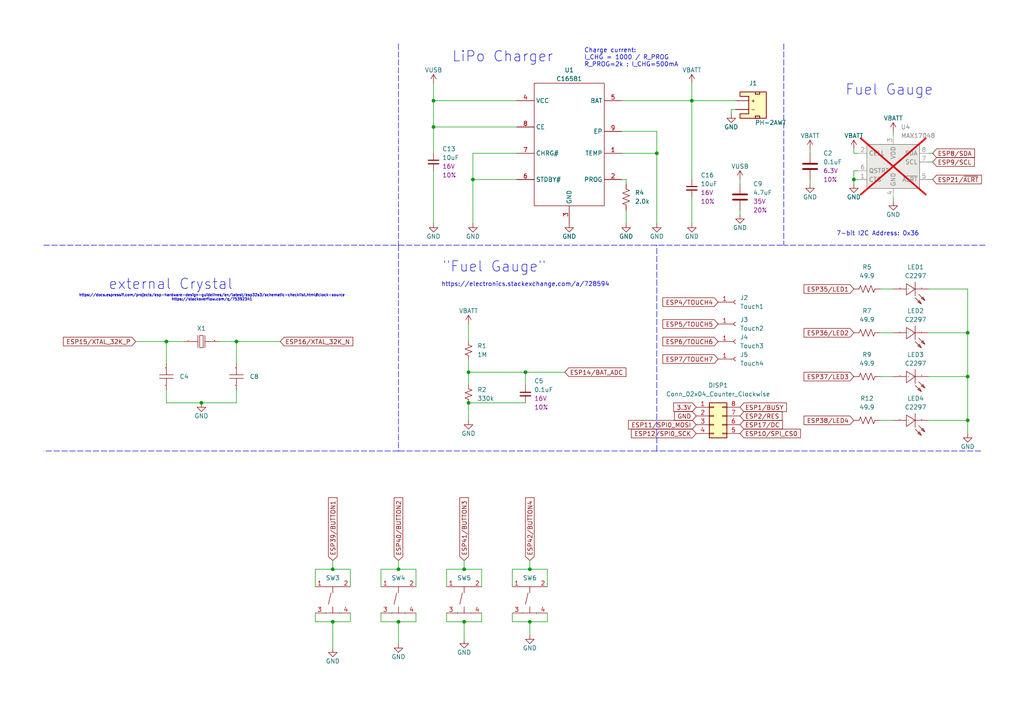
<source format=kicad_sch>
(kicad_sch (version 20250114) (generator "eeschema") (generator_version "9.0")
  (paper "A4")
  (lib_symbols
    (symbol "Connector:Conn_01x01_Socket" (pin_names (offset 1.016) (hide yes))
      (property "Reference" "J" (at 0 2.54 0))
      (property "Value" "Conn_01x01_Socket" (at 0 -2.54 0))
      (symbol "Conn_01x01_Socket_1_1"
        (polyline (pts (xy -1.27 0) (xy -0.508 0)) (stroke (width 0.1524)))
        (arc (start 0 -0.508) (mid -0.5058 0) (end 0 0.508) (stroke (width 0.1524)))
        (pin passive line (at -5.08 0 0) (length 3.81) (name "Pin_1") (number "1"))
      )
    )
    (symbol "Connector_Generic:Conn_02x04_Counter_Clockwise" (pin_names (offset 1.016) (hide yes))
      (property "Reference" "J" (at 1.27 5.08 0))
      (property "Value" "Conn_02x04_Counter_Clockwise" (at 1.27 -7.62 0))
      (symbol "Conn_02x04_Counter_Clockwise_1_1"
        (rectangle (start -1.27 3.81) (end 3.81 -6.35) (stroke (width 0.254)) (fill (type background)))
        (rectangle (start -1.27 2.667) (end 0 2.413) (stroke (width 0.1524)))
        (rectangle (start -1.27 0.127) (end 0 -0.127) (stroke (width 0.1524)))
        (rectangle (start -1.27 -2.413) (end 0 -2.667) (stroke (width 0.1524)))
        (rectangle (start -1.27 -4.953) (end 0 -5.207) (stroke (width 0.1524)))
        (rectangle (start 3.81 2.667) (end 2.54 2.413) (stroke (width 0.1524)))
        (rectangle (start 3.81 0.127) (end 2.54 -0.127) (stroke (width 0.1524)))
        (rectangle (start 3.81 -2.413) (end 2.54 -2.667) (stroke (width 0.1524)))
        (rectangle (start 3.81 -4.953) (end 2.54 -5.207) (stroke (width 0.1524)))
        (pin passive line (at -5.08 2.54 0) (length 3.81) (name "Pin_1") (number "1"))
        (pin passive line (at -5.08 0 0) (length 3.81) (name "Pin_2") (number "2"))
        (pin passive line (at -5.08 -2.54 0) (length 3.81) (name "Pin_3") (number "3"))
        (pin passive line (at -5.08 -5.08 0) (length 3.81) (name "Pin_4") (number "4"))
        (pin passive line (at 7.62 2.54 180) (length 3.81) (name "Pin_8") (number "8"))
        (pin passive line (at 7.62 0 180) (length 3.81) (name "Pin_7") (number "7"))
        (pin passive line (at 7.62 -2.54 180) (length 3.81) (name "Pin_6") (number "6"))
        (pin passive line (at 7.62 -5.08 180) (length 3.81) (name "Pin_5") (number "5"))
      )
    )
    (symbol "EasyEDA_Lib:0402CG4R0C500NT"
      (property "Reference" "C" (at 0 0 0))
      (symbol "0402CG4R0C500NT_1_0"
        (polyline (pts (xy -1.27 0) (xy -0.508 0)))
        (polyline (pts (xy -0.508 2.032) (xy -0.508 -2.032)))
        (polyline (pts (xy 0.508 2.032) (xy 0.508 -2.032)))
        (polyline (pts (xy 0.508 0) (xy 1.27 0)))
        (pin input line (at -3.81 0 0) (length 2.54) (name "1") (number "1"))
        (pin input line (at 3.81 0 180) (length 2.54) (name "2") (number "2"))
      )
    )
    (symbol "EasyEDA_Lib:0805G (Green)"
      (property "Reference" "LED" (at 0 0 0))
      (symbol "0805G (Green)_1_0"
        (polyline (pts (xy -4.064 3.302) (xy -3.048 2.794) (xy -3.048 2.794) (xy -3.556 2.286) (xy -3.556 2.286) (xy -4.064 3.302)))
        (polyline (pts (xy -3.048 4.318) (xy -2.032 3.81) (xy -2.032 3.81) (xy -2.54 3.302) (xy -2.54 3.302) (xy -3.048 4.318)))
        (polyline (pts (xy -2.286 1.524) (xy -4.064 3.302)))
        (polyline (pts (xy -1.27 2.54) (xy -3.048 4.318)))
        (polyline (pts (xy -1.27 2.032) (xy -1.27 -2.032)))
        (polyline (pts (xy 1.27 -1.524) (xy -1.27 0) (xy -1.27 0) (xy 1.27 1.778) (xy 1.27 1.778) (xy 1.27 -1.524)))
        (pin unspecified line (at -5.08 0 0) (length 3.81) (name "K") (number "2"))
        (pin unspecified line (at 5.08 0 180) (length 3.81) (name "A") (number "1"))
      )
    )
    (symbol "EasyEDA_Lib:Q13FC1350000400"
      (property "Reference" "X" (at 0 0 0))
      (symbol "Q13FC1350000400_1_0"
        (polyline (pts (xy -2.54 0) (xy -1.016 0)))
        (polyline (pts (xy -1.016 1.778) (xy -1.016 -1.778)))
        (rectangle (start -0.508 -1.778) (end 0.508 1.778))
        (polyline (pts (xy 1.016 1.778) (xy 1.016 -1.778)))
        (polyline (pts (xy 1.016 0) (xy 2.54 0)))
        (pin unspecified line (at -5.08 0 0) (length 2.54) (name "1") (number "1"))
        (pin unspecified line (at 5.08 0 180) (length 2.54) (name "2") (number "2"))
      )
    )
    (symbol "EasyEDA_Lib:TP4056"
      (property "Reference" "U" (at 0 0 0))
      (symbol "TP4056_1_0"
        (rectangle (start -10.16 -15.24) (end 10.16 20.32))
        (pin unspecified line (at -15.24 15.24 0) (length 5.08) (name "VCC") (number "4"))
        (pin unspecified line (at -15.24 7.62 0) (length 5.08) (name "CE") (number "8"))
        (pin unspecified line (at -15.24 0 0) (length 5.08) (name "CHRG#") (number "7"))
        (pin unspecified line (at -15.24 -7.62 0) (length 5.08) (name "STDBY#") (number "6"))
        (pin unspecified line (at 0 -20.32 90) (length 5.08) (name "GND") (number "3"))
        (pin unspecified line (at 15.24 15.24 180) (length 5.08) (name "BAT") (number "5"))
        (pin unspecified line (at 15.24 6.35 180) (length 5.08) (name "EP") (number "9"))
        (pin unspecified line (at 15.24 0 180) (length 5.08) (name "TEMP") (number "1"))
        (pin unspecified line (at 15.24 -7.62 180) (length 5.08) (name "PROG") (number "2"))
      )
    )
    (symbol "EasyEDA_Lib:TS-1187A-B-A-B"
      (property "Reference" "SW" (at 0 0 0))
      (symbol "TS-1187A-B-A-B_1_0"
        (polyline (pts (xy -2.54 2.54) (xy 2.54 2.54)))
        (polyline (pts (xy -2.54 -5.08) (xy 2.54 -5.08)))
        (polyline (pts (xy -0.508 0.762) (xy -1.27 -2.54)))
        (polyline (pts (xy 0 0.762) (xy 0 2.54)))
        (polyline (pts (xy 0 -3.302) (xy 0 -5.08)))
        (pin unspecified line (at -5.08 2.54 0) (length 2.54) (name "A") (number "1"))
        (pin unspecified line (at -5.08 -5.08 0) (length 2.54) (name "C") (number "3"))
        (pin unspecified line (at 5.08 2.54 180) (length 2.54) (name "B") (number "2"))
        (pin unspecified line (at 5.08 -5.08 180) (length 2.54) (name "D") (number "4"))
      )
    )
    (symbol "PCM_SparkFun-Capacitor:0.1uF_0402_16V_10%" (pin_numbers (hide yes)) (pin_names (offset 0.254))
      (property "Reference" "C" (at 0.635 2.54 0))
      (property "Value" "0.1uF" (at 0.635 -2.54 0))
      (property "Voltage" "16V" (at 0 -6.35 0))
      (property "Tolerance" "10%" (at 0 -8.89 0))
      (symbol "0.1uF_0402_16V_10%_0_1"
        (polyline (pts (xy -1.524 0.508) (xy 1.524 0.508)) (stroke (width 0.3048)))
        (polyline (pts (xy -1.524 -0.508) (xy 1.524 -0.508)) (stroke (width 0.3302)))
      )
      (symbol "0.1uF_0402_16V_10%_1_1"
        (pin passive line (at 0 2.54 270) (length 2.032) (name "~") (number "1"))
        (pin passive line (at 0 -2.54 90) (length 2.032) (name "~") (number "2"))
      )
    )
    (symbol "PCM_SparkFun-PowerSymbol:GND" (power) (pin_names (offset 0))
      (property "Value" "GND" (at 0 -3.81 0))
      (symbol "GND_0_1"
        (polyline (pts (xy 0 0) (xy 0 -1.27) (xy 1.27 -1.27) (xy 0 -2.54) (xy -1.27 -1.27) (xy 0 -1.27)))
      )
      (symbol "GND_1_1"
        (pin power_in line (at 0 0 270) (length 0) (hide yes) (name "GND") (number "1"))
      )
    )
    (symbol "PCM_SparkFun-PowerSymbol:VBATT" (power) (pin_names (offset 0))
      (property "Value" "VBATT" (at 0 3.81 0))
      (symbol "VBATT_0_1"
        (polyline (pts (xy -0.762 1.27) (xy 0 2.54)))
        (polyline (pts (xy 0 2.54) (xy 0.762 1.27)))
        (polyline (pts (xy 0 0) (xy 0 2.54)))
      )
      (symbol "VBATT_1_1"
        (pin power_in line (at 0 0 90) (length 0) (hide yes) (name "VBATT") (number "1"))
      )
    )
    (symbol "PCM_SparkFun-Resistor:1M_0603" (pin_numbers (hide yes)) (pin_names (offset 0))
      (property "Reference" "R" (at 0 -2.54 0))
      (property "Value" "1M" (at 0 2.54 0))
      (symbol "1M_0603_0_1"
        (polyline (pts (xy -1.524 0) (xy -1.143 1.016) (xy -0.762 0) (xy -0.381 -1.016) (xy 0 0)))
        (polyline (pts (xy 0 0) (xy 0.381 1.016) (xy 0.762 0) (xy 1.143 -1.016) (xy 1.524 0)))
      )
      (symbol "1M_0603_1_1"
        (pin passive line (at -2.54 0 0) (length 1.016) (name "~") (number "1"))
        (pin passive line (at 2.54 0 180) (length 1.016) (name "~") (number "2"))
      )
    )
    (symbol "PCM_SparkFun-Resistor:330_0603" (pin_numbers (hide yes)) (pin_names (offset 0))
      (property "Reference" "R" (at 0 -2.54 0))
      (property "Value" "330" (at 0 2.54 0))
      (symbol "330_0603_0_1"
        (polyline (pts (xy -1.524 0) (xy -1.143 1.016) (xy -0.762 0) (xy -0.381 -1.016) (xy 0 0)))
        (polyline (pts (xy 0 0) (xy 0.381 1.016) (xy 0.762 0) (xy 1.143 -1.016) (xy 1.524 0)))
      )
      (symbol "330_0603_1_1"
        (pin passive line (at -2.54 0 0) (length 1.016) (name "~") (number "1"))
        (pin passive line (at 2.54 0 180) (length 1.016) (name "~") (number "2"))
      )
    )
    (symbol "SparkFun-Capacitor:0.1uF_0402_6.3V_10%" (pin_numbers (hide yes)) (pin_names (offset 0.254))
      (property "Reference" "C" (at 0.635 2.54 0))
      (property "Value" "0.1uF" (at 0.635 -2.54 0))
      (property "Voltage" "6.3V" (at 0 -6.35 0))
      (property "Tolerance" "10%" (at 0 -8.89 0))
      (symbol "0.1uF_0402_6.3V_10%_0_1"
        (polyline (pts (xy -2.032 0.762) (xy 2.032 0.762)) (stroke (width 0.508)))
        (polyline (pts (xy -2.032 -0.762) (xy 2.032 -0.762)) (stroke (width 0.508)))
      )
      (symbol "0.1uF_0402_6.3V_10%_1_1"
        (pin passive line (at 0 3.81 270) (length 2.794) (name "~") (number "1"))
        (pin passive line (at 0 -3.81 90) (length 2.794) (name "~") (number "2"))
      )
    )
    (symbol "SparkFun-Capacitor:4.7uF_0603_35V_20%" (pin_numbers (hide yes)) (pin_names (offset 0.254))
      (property "Reference" "C" (at 0.635 2.54 0))
      (property "Value" "4.7uF" (at 0.635 -2.54 0))
      (property "Voltage" "35V" (at 0 -6.35 0))
      (property "Tolerance" "20%" (at 0 -8.89 0))
      (symbol "4.7uF_0603_35V_20%_0_1"
        (polyline (pts (xy -2.032 0.762) (xy 2.032 0.762)) (stroke (width 0.508)))
        (polyline (pts (xy -2.032 -0.762) (xy 2.032 -0.762)) (stroke (width 0.508)))
      )
      (symbol "4.7uF_0603_35V_20%_1_1"
        (pin passive line (at 0 3.81 270) (length 2.794) (name "~") (number "1"))
        (pin passive line (at 0 -3.81 90) (length 2.794) (name "~") (number "2"))
      )
    )
    (symbol "SparkFun-Connector:Conn_01x02_JST_2mm_LiPo" (pin_numbers (hide yes)) (pin_names (offset 1.016) (hide yes))
      (property "Reference" "J" (at 0 5.08 0))
      (property "Value" "JST_2mm_LiPo" (at 0 -8.89 0))
      (symbol "Conn_01x02_JST_2mm_LiPo_1_1"
        (polyline (pts (xy -1.27 1.27) (xy -3.81 1.27) (xy -3.81 2.54) (xy 3.81 2.54) (xy 3.81 -5.08) (xy -3.81 -5.08) (xy -3.81 -3.81) (xy -1.27 -3.81) (xy -1.27 1.27)) (stroke (width 0.254)) (fill (type background)))
        (rectangle (start 0.635 2.54) (end 1.905 1.905) (stroke (width 0.254)))
        (rectangle (start 0.635 -4.445) (end 1.905 -5.08) (stroke (width 0.254)))
        (text "+" (at 0 0 0) (effects (font (size 1 1))))
        (text "-" (at 0 -2.54 0) (effects (font (size 1 1))))
        (pin passive line (at -5.08 0 0) (length 3.81) (name "+") (number "2"))
        (pin passive line (at -5.08 -2.54 0) (length 3.81) (name "-") (number "1"))
        (pin no_connect line (at 1.27 -1.27 0) (length 2.54) (hide yes) (name "NC1") (number "NC1"))
        (pin no_connect line (at 1.27 -1.27 0) (length 2.54) (hide yes) (name "NC2") (number "NC2"))
      )
    )
    (symbol "SparkFun-IC-Power:MAX17048"
      (property "Reference" "U" (at -6.35 7.62 0))
      (property "Value" "MAX17048" (at 2.54 7.62 0))
      (symbol "MAX17048_0_1"
        (rectangle (start -7.62 6.35) (end 7.62 -6.35) (stroke (width 0.254)) (fill (type background)))
      )
      (symbol "MAX17048_1_1"
        (pin power_in line (at -10.16 3.81 0) (length 2.54) (name "CELL") (number "2"))
        (pin input line (at -10.16 -1.27 0) (length 2.54) (name "QSTRT") (number "6"))
        (pin input line (at -10.16 -3.81 0) (length 2.54) (name "CTG") (number "1"))
        (pin power_in line (at 0 8.89 270) (length 2.54) (name "VDD") (number "3"))
        (pin power_in line (at 0 -8.89 90) (length 2.54) (name "GND") (number "4"))
        (pin power_in line (at 0 -8.89 90) (length 2.54) (hide yes) (name "GND") (number "9"))
        (pin bidirectional line (at 10.16 3.81 180) (length 2.54) (name "SDA") (number "8"))
        (pin bidirectional line (at 10.16 1.27 180) (length 2.54) (name "SCL") (number "7"))
        (pin output line (at 10.16 -3.81 180) (length 2.54) (name "~{ALRT}") (number "5"))
      )
    )
    (symbol "SparkFun-PowerSymbol:GND" (power) (pin_names (offset 0))
      (property "Value" "GND" (at 0 -3.81 0))
      (symbol "GND_0_1"
        (polyline (pts (xy 0 0) (xy 0 -1.27) (xy 1.27 -1.27) (xy 0 -2.54) (xy -1.27 -1.27) (xy 0 -1.27)))
      )
      (symbol "GND_1_1"
        (pin power_in line (at 0 0 270) (length 0) (hide yes) (name "GND") (number "1"))
      )
    )
    (symbol "SparkFun-PowerSymbol:VBATT" (power) (pin_names (offset 0))
      (property "Value" "VBATT" (at 0 3.81 0))
      (symbol "VBATT_0_1"
        (polyline (pts (xy -0.762 1.27) (xy 0 2.54)))
        (polyline (pts (xy 0 2.54) (xy 0.762 1.27)))
        (polyline (pts (xy 0 0) (xy 0 2.54)))
      )
      (symbol "VBATT_1_1"
        (pin power_in line (at 0 0 90) (length 0) (hide yes) (name "VBATT") (number "1"))
      )
    )
    (symbol "SparkFun-PowerSymbol:VUSB" (power) (pin_names (offset 0))
      (property "Value" "VUSB" (at 0 3.81 0))
      (symbol "VUSB_0_1"
        (polyline (pts (xy -0.762 1.27) (xy 0 2.54)))
        (polyline (pts (xy 0 2.54) (xy 0.762 1.27)))
        (polyline (pts (xy 0 0) (xy 0 2.54)))
      )
      (symbol "VUSB_1_1"
        (pin power_in line (at 0 0 90) (length 0) (hide yes) (name "VUSB") (number "1"))
      )
    )
    (symbol "SparkFun-Resistor:2.0k_0402" (pin_numbers (hide yes)) (pin_names (offset 0))
      (property "Reference" "R" (at 0 -2.54 0))
      (property "Value" "2.0k" (at 0 2.54 0))
      (symbol "2.0k_0402_0_1"
        (polyline (pts (xy -2.286 0) (xy -2.54 0)))
        (polyline (pts (xy -0.762 0) (xy -1.143 -1.016) (xy -1.524 0) (xy -1.905 1.016) (xy -2.286 0)))
        (polyline (pts (xy 0.762 0) (xy 0.381 -1.016) (xy 0 0) (xy -0.381 1.016) (xy -0.762 0)))
        (polyline (pts (xy 2.286 0) (xy 2.54 0)))
        (polyline (pts (xy 2.286 0) (xy 1.905 -1.016) (xy 1.524 0) (xy 1.143 1.016) (xy 0.762 0)))
      )
      (symbol "2.0k_0402_1_1"
        (pin passive line (at -3.81 0 0) (length 1.27) (name "~") (number "2"))
        (pin passive line (at 3.81 0 180) (length 1.27) (name "~") (number "1"))
      )
    )
  )
  (text "https://docs.espressif.com/projects/esp-hardware-design-guidelines/en/latest/esp32s3/schematic-checklist.html#clock-source\nhttps://stackoverflow.com/q/75392341" (at 61.468 86.36 0) (effects (font (size 0.762 0.762))))
  (text "LiPo Charger" (at 131.064 18.288 0) (effects (font (size 3 3)) (justify left bottom)))
  (text "Charge current:\nI_CHG = 1000 / R_PROG\nR_PROG=2k : I_CHG=500mA" (at 169.418 19.558 0) (effects (font (size 1.27 1.27)) (justify left bottom)))
  (text "Fuel Gauge" (at 245.11 27.94 0) (effects (font (size 3 3)) (justify left bottom)))
  (text "external Crystal" (at 49.53 82.55 0) (effects (font (size 3 3))))
  (text "https://electronics.stackexchange.com/a/728594" (at 152.4 82.55 0) (effects (font (size 1.27 1.27))))
  (text "\"Fuel Gauge\"" (at 128.27 79.248 0) (effects (font (size 3 3)) (justify left bottom)))
  (text "7-bit I2C Address: 0x36" (at 242.57 68.58 0) (effects (font (size 1.27 1.27)) (justify left bottom)))
  (junction (at 152.4 107.95))
  (junction (at 135.89 116.84))
  (junction (at 68.58 99.06))
  (junction (at 153.67 165.1))
  (junction (at 135.89 107.95))
  (junction (at 115.57 165.1))
  (junction (at 280.67 121.92))
  (junction (at 200.66 29.21))
  (junction (at 134.62 180.34))
  (junction (at 134.62 165.1))
  (junction (at 125.73 36.83))
  (junction (at 96.52 165.1))
  (junction (at 280.67 109.22))
  (junction (at 48.26 99.06))
  (junction (at 115.57 180.34))
  (junction (at 137.16 52.07))
  (junction (at 280.67 96.52))
  (junction (at 190.5 44.45))
  (junction (at 247.65 52.07))
  (junction (at 153.67 180.34))
  (junction (at 125.73 29.21))
  (junction (at 96.52 180.34))
  (junction (at 58.42 116.84))
  (wire (pts (xy 280.67 109.22) (xy 280.67 121.92)))
  (wire (pts (xy 200.66 24.13) (xy 200.66 29.21)))
  (wire (pts (xy 269.24 44.45) (xy 270.51 44.45)))
  (wire (pts (xy 139.7 180.34) (xy 134.62 180.34)))
  (wire (pts (xy 180.34 29.21) (xy 200.66 29.21)))
  (wire (pts (xy 234.95 43.18) (xy 234.95 44.45)))
  (wire (pts (xy 39.37 99.06) (xy 48.26 99.06)))
  (wire (pts (xy 158.75 165.1) (xy 153.67 165.1)))
  (wire (pts (xy 248.92 44.45) (xy 247.65 44.45)))
  (polyline (pts (xy 284.48 130.81) (xy 190.5 130.81)) (stroke (width 0) (type dash)))
  (wire (pts (xy 135.89 107.95) (xy 152.4 107.95)))
  (polyline (pts (xy 190.5 130.81) (xy 190.5 71.12)) (stroke (width 0) (type dash)))
  (wire (pts (xy 135.89 104.14) (xy 135.89 107.95)))
  (wire (pts (xy 125.73 29.21) (xy 149.86 29.21)))
  (wire (pts (xy 280.67 83.82) (xy 280.67 96.52)))
  (wire (pts (xy 247.65 52.07) (xy 247.65 53.34)))
  (wire (pts (xy 120.65 177.8) (xy 120.65 180.34)))
  (wire (pts (xy 280.67 96.52) (xy 280.67 109.22)))
  (wire (pts (xy 101.6 177.8) (xy 101.6 180.34)))
  (wire (pts (xy 134.62 185.42) (xy 134.62 180.34)))
  (wire (pts (xy 148.59 180.34) (xy 148.59 177.8)))
  (wire (pts (xy 180.34 52.07) (xy 181.61 52.07)))
  (wire (pts (xy 190.5 64.77) (xy 190.5 44.45)))
  (polyline (pts (xy 115.57 130.81) (xy 12.7 130.81)) (stroke (width 0) (type dash)))
  (wire (pts (xy 181.61 53.34) (xy 181.61 52.07)))
  (wire (pts (xy 200.66 29.21) (xy 213.36 29.21)))
  (wire (pts (xy 129.54 165.1) (xy 129.54 170.18)))
  (wire (pts (xy 91.44 180.34) (xy 91.44 177.8)))
  (wire (pts (xy 110.49 165.1) (xy 110.49 170.18)))
  (wire (pts (xy 269.24 109.22) (xy 280.67 109.22)))
  (wire (pts (xy 129.54 180.34) (xy 129.54 177.8)))
  (wire (pts (xy 255.27 83.82) (xy 259.08 83.82)))
  (wire (pts (xy 153.67 180.34) (xy 148.59 180.34)))
  (wire (pts (xy 247.65 43.18) (xy 247.65 44.45)))
  (wire (pts (xy 125.73 49.53) (xy 125.73 64.77)))
  (wire (pts (xy 120.65 180.34) (xy 115.57 180.34)))
  (wire (pts (xy 255.27 96.52) (xy 259.08 96.52)))
  (wire (pts (xy 212.09 33.02) (xy 212.09 31.75)))
  (wire (pts (xy 48.26 116.84) (xy 58.42 116.84)))
  (polyline (pts (xy 115.57 71.12) (xy 115.57 130.81)) (stroke (width 0) (type dash)))
  (wire (pts (xy 259.08 58.42) (xy 259.08 57.15)))
  (wire (pts (xy 68.58 116.84) (xy 58.42 116.84)))
  (wire (pts (xy 125.73 29.21) (xy 125.73 36.83)))
  (wire (pts (xy 134.62 180.34) (xy 129.54 180.34)))
  (wire (pts (xy 153.67 165.1) (xy 148.59 165.1)))
  (wire (pts (xy 135.89 116.84) (xy 135.89 121.92)))
  (wire (pts (xy 91.44 165.1) (xy 91.44 170.18)))
  (wire (pts (xy 255.27 109.22) (xy 259.08 109.22)))
  (wire (pts (xy 68.58 99.06) (xy 63.5 99.06)))
  (wire (pts (xy 135.89 107.95) (xy 135.89 111.76)))
  (wire (pts (xy 181.61 64.77) (xy 181.61 60.96)))
  (wire (pts (xy 214.63 62.23) (xy 214.63 60.96)))
  (wire (pts (xy 247.65 52.07) (xy 248.92 52.07)))
  (polyline (pts (xy 12.7 71.12) (xy 227.33 71.12)) (stroke (width 0) (type dash)))
  (wire (pts (xy 259.08 38.1) (xy 259.08 39.37)))
  (wire (pts (xy 139.7 170.18) (xy 139.7 165.1)))
  (wire (pts (xy 115.57 180.34) (xy 110.49 180.34)))
  (wire (pts (xy 68.58 113.03) (xy 68.58 116.84)))
  (wire (pts (xy 115.57 165.1) (xy 110.49 165.1)))
  (polyline (pts (xy 115.57 12.7) (xy 115.57 71.12)) (stroke (width 0) (type dash)))
  (wire (pts (xy 96.52 162.56) (xy 96.52 165.1)))
  (wire (pts (xy 101.6 170.18) (xy 101.6 165.1)))
  (wire (pts (xy 137.16 52.07) (xy 149.86 52.07)))
  (wire (pts (xy 48.26 105.41) (xy 48.26 99.06)))
  (wire (pts (xy 152.4 111.76) (xy 152.4 107.95)))
  (wire (pts (xy 280.67 83.82) (xy 269.24 83.82)))
  (polyline (pts (xy 190.5 130.81) (xy 115.57 130.81)) (stroke (width 0) (type dash)))
  (wire (pts (xy 149.86 44.45) (xy 137.16 44.45)))
  (wire (pts (xy 280.67 121.92) (xy 280.67 125.73)))
  (wire (pts (xy 134.62 162.56) (xy 134.62 165.1)))
  (wire (pts (xy 135.89 93.98) (xy 135.89 99.06)))
  (wire (pts (xy 234.95 53.34) (xy 234.95 52.07)))
  (wire (pts (xy 48.26 99.06) (xy 53.34 99.06)))
  (wire (pts (xy 247.65 49.53) (xy 247.65 52.07)))
  (wire (pts (xy 68.58 99.06) (xy 81.28 99.06)))
  (wire (pts (xy 96.52 187.96) (xy 96.52 180.34)))
  (wire (pts (xy 153.67 162.56) (xy 153.67 165.1)))
  (wire (pts (xy 148.59 165.1) (xy 148.59 170.18)))
  (polyline (pts (xy 285.75 71.12) (xy 227.33 71.12)) (stroke (width 0) (type dash)))
  (wire (pts (xy 125.73 36.83) (xy 125.73 44.45)))
  (wire (pts (xy 152.4 107.95) (xy 163.83 107.95)))
  (wire (pts (xy 200.66 57.15) (xy 200.66 64.77)))
  (wire (pts (xy 153.67 184.15) (xy 153.67 180.34)))
  (wire (pts (xy 110.49 180.34) (xy 110.49 177.8)))
  (wire (pts (xy 137.16 44.45) (xy 137.16 52.07)))
  (wire (pts (xy 255.27 121.92) (xy 259.08 121.92)))
  (wire (pts (xy 139.7 177.8) (xy 139.7 180.34)))
  (wire (pts (xy 48.26 113.03) (xy 48.26 116.84)))
  (wire (pts (xy 158.75 180.34) (xy 153.67 180.34)))
  (wire (pts (xy 269.24 46.99) (xy 270.51 46.99)))
  (wire (pts (xy 248.92 49.53) (xy 247.65 49.53)))
  (wire (pts (xy 101.6 180.34) (xy 96.52 180.34)))
  (wire (pts (xy 120.65 170.18) (xy 120.65 165.1)))
  (wire (pts (xy 269.24 121.92) (xy 280.67 121.92)))
  (wire (pts (xy 212.09 31.75) (xy 213.36 31.75)))
  (wire (pts (xy 101.6 165.1) (xy 96.52 165.1)))
  (wire (pts (xy 120.65 165.1) (xy 115.57 165.1)))
  (wire (pts (xy 125.73 36.83) (xy 149.86 36.83)))
  (wire (pts (xy 135.89 116.84) (xy 152.4 116.84)))
  (wire (pts (xy 115.57 162.56) (xy 115.57 165.1)))
  (wire (pts (xy 139.7 165.1) (xy 134.62 165.1)))
  (wire (pts (xy 96.52 165.1) (xy 91.44 165.1)))
  (polyline (pts (xy 227.33 12.7) (xy 227.33 71.12)) (stroke (width 0) (type dash)))
  (wire (pts (xy 190.5 44.45) (xy 180.34 44.45)))
  (wire (pts (xy 269.24 96.52) (xy 280.67 96.52)))
  (wire (pts (xy 68.58 105.41) (xy 68.58 99.06)))
  (wire (pts (xy 125.73 24.13) (xy 125.73 29.21)))
  (wire (pts (xy 200.66 29.21) (xy 200.66 52.07)))
  (wire (pts (xy 96.52 180.34) (xy 91.44 180.34)))
  (wire (pts (xy 137.16 52.07) (xy 137.16 64.77)))
  (wire (pts (xy 134.62 165.1) (xy 129.54 165.1)))
  (wire (pts (xy 269.24 52.07) (xy 270.51 52.07)))
  (wire (pts (xy 214.63 52.07) (xy 214.63 53.34)))
  (wire (pts (xy 158.75 177.8) (xy 158.75 180.34)))
  (wire (pts (xy 115.57 186.69) (xy 115.57 180.34)))
  (wire (pts (xy 158.75 170.18) (xy 158.75 165.1)))
  (wire (pts (xy 190.5 38.1) (xy 190.5 44.45)))
  (wire (pts (xy 180.34 38.1) (xy 190.5 38.1)))
  (global_label "ESP35{slash}LED1" (shape input) (at 247.65 83.82 180) (property "Intersheetrefs" "${INTERSHEET_REFS}" (effects (hide yes))))
  (global_label "ESP16{slash}XTAL_32K_N" (shape input) (at 81.28 99.06 0) (property "Intersheetrefs" "${INTERSHEET_REFS}" (effects (hide yes))))
  (global_label "ESP15{slash}XTAL_32K_P" (shape input) (at 39.37 99.06 180) (property "Intersheetrefs" "${INTERSHEET_REFS}" (effects (hide yes))))
  (global_label "ESP40{slash}BUTTON2" (shape input) (at 115.57 162.56 90) (property "Intersheetrefs" "${INTERSHEET_REFS}" (effects (hide yes))))
  (global_label "ESP8{slash}SDA" (shape input) (at 270.51 44.45 0) (property "Intersheetrefs" "${INTERSHEET_REFS}" (effects (hide yes))))
  (global_label "ESP41{slash}BUTTON3" (shape input) (at 134.62 162.56 90) (property "Intersheetrefs" "${INTERSHEET_REFS}" (effects (hide yes))))
  (global_label "GND" (shape input) (at 201.93 120.65 180) (property "Intersheetrefs" "${INTERSHEET_REFS}" (effects (hide yes))))
  (global_label "ESP21{slash}~{ALRT}" (shape input) (at 270.5061 52.07 0) (property "Intersheetrefs" "${INTERSHEET_REFS}" (effects (hide yes))))
  (global_label "ESP4{slash}TOUCH4" (shape input) (at 208.28 87.63 180) (property "Intersheetrefs" "${INTERSHEET_REFS}" (effects (hide yes))))
  (global_label "3.3V" (shape input) (at 201.93 118.11 180) (property "Intersheetrefs" "${INTERSHEET_REFS}" (effects (hide yes))))
  (global_label "ESP37{slash}LED3" (shape input) (at 247.65 109.22 180) (property "Intersheetrefs" "${INTERSHEET_REFS}" (effects (hide yes))))
  (global_label "ESP17{slash}DC" (shape input) (at 214.63 123.19 0) (property "Intersheetrefs" "${INTERSHEET_REFS}" (effects (hide yes))))
  (global_label "ESP36{slash}LED2" (shape input) (at 247.65 96.52 180) (property "Intersheetrefs" "${INTERSHEET_REFS}" (effects (hide yes))))
  (global_label "ESP5{slash}TOUCH5" (shape input) (at 208.28 93.98 180) (property "Intersheetrefs" "${INTERSHEET_REFS}" (effects (hide yes))))
  (global_label "ESP9{slash}SCL" (shape input) (at 270.51 46.99 0) (property "Intersheetrefs" "${INTERSHEET_REFS}" (effects (hide yes))))
  (global_label "ESP12{slash}SPI0_SCK" (shape input) (at 201.93 125.73 180) (property "Intersheetrefs" "${INTERSHEET_REFS}" (effects (hide yes))))
  (global_label "ESP2{slash}RES" (shape input) (at 214.63 120.65 0) (property "Intersheetrefs" "${INTERSHEET_REFS}" (effects (hide yes))))
  (global_label "ESP6{slash}TOUCH6" (shape input) (at 208.28 99.06 180) (property "Intersheetrefs" "${INTERSHEET_REFS}" (effects (hide yes))))
  (global_label "ESP38{slash}LED4" (shape input) (at 247.65 121.92 180) (property "Intersheetrefs" "${INTERSHEET_REFS}" (effects (hide yes))))
  (global_label "ESP1{slash}BUSY" (shape input) (at 214.63 118.11 0) (property "Intersheetrefs" "${INTERSHEET_REFS}" (effects (hide yes))))
  (global_label "ESP11{slash}SPI0_MOSI" (shape input) (at 201.93 123.19 180) (property "Intersheetrefs" "${INTERSHEET_REFS}" (effects (hide yes))))
  (global_label "ESP42{slash}BUTTON4" (shape input) (at 153.67 162.56 90) (property "Intersheetrefs" "${INTERSHEET_REFS}" (effects (hide yes))))
  (global_label "ESP14{slash}BAT_ADC" (shape input) (at 163.83 107.95 0) (property "Intersheetrefs" "${INTERSHEET_REFS}" (effects (hide yes))))
  (global_label "ESP10{slash}SPI_CS0" (shape input) (at 214.63 125.73 0) (property "Intersheetrefs" "${INTERSHEET_REFS}" (effects (hide yes))))
  (global_label "ESP39{slash}BUTTON1" (shape input) (at 96.52 162.56 90) (property "Intersheetrefs" "${INTERSHEET_REFS}" (effects (hide yes))))
  (global_label "ESP7{slash}TOUCH7" (shape input) (at 208.28 104.14 180) (property "Intersheetrefs" "${INTERSHEET_REFS}" (effects (hide yes))))
  (symbol (lib_id "SparkFun-PowerSymbol:VUSB") (at 214.63 52.07 0) (unit 1)
    (property "Reference" "#PWR013" (effects (hide yes)))
    (property "Value" "VUSB" (at 214.63 48.26 0))
    (property "Description" "Power symbol creates a global label with name \"VUSB\"" (effects (hide yes)))
  )
  (symbol (lib_id "PCM_SparkFun-PowerSymbol:GND") (at 135.89 121.92 0) (unit 1)
    (property "Reference" "#PWR06" (effects (hide yes)))
    (property "Value" "GND" (at 135.89 125.73 0))
    (property "Description" "Power symbol creates a global label with name \"GND\" , ground" (effects (hide yes)))
  )
  (symbol (lib_id "EasyEDA_Lib:0805G (Green)") (at 264.16 96.52 180) (unit 1)
    (property "Reference" "LED2" (at 265.557 90.17 0))
    (property "Value" "C2297" (at 265.557 92.71 0))
    (property "Footprint" "EasyEDA_Lib:LED0805-R-RD" (effects (hide yes)))
    (property "Datasheet" "https://item.szlcsc.com/datasheet/KT-0805G/2670.html" (effects (hide yes)))
    (property "Description" "Lamp Holder Type:- Illumination Color:Emerald Green Voltage - Forward(Vf):2.6V~3.1V Voltage - Forward(Vf):2.6V~3.1V Power(Watts):100mW Forward Current:5mA Wavelength - Dominant:513nm~528nm Wavelength - Dominant:513nm~528nm Peak Wavelength:525nm Diode Conf" (effects (hide yes)))
    (property "Manufacturer Part" "KT-0805G" (effects (hide yes)))
    (property "Manufacturer" "KENTO" (effects (hide yes)))
    (property "Supplier Part" "C2297" (effects (hide yes)))
    (property "Supplier" "LCSC" (effects (hide yes)))
    (property "LCSC Part Name" "0805 翠绿 高亮" (effects (hide yes)))
  )
  (symbol (lib_id "SparkFun-Resistor:2.0k_0402") (at 251.46 109.22 180) (unit 1)
    (property "Reference" "R9" (at 251.46 102.87 0))
    (property "Value" "49.9" (at 251.46 105.41 0))
    (property "Footprint" "Resistor_SMD:R_0402_1005Metric" (effects (hide yes)))
    (property "Datasheet" "https://www.vishay.com/docs/20035/dcrcwe3.pdf" (effects (hide yes)))
    (property "Description" "Resistor" (effects (hide yes)))
    (property "PROD_ID" "RES-15406" (effects (hide yes)))
  )
  (symbol (lib_id "SparkFun-PowerSymbol:GND") (at 137.16 64.77 0) (unit 1)
    (property "Reference" "#PWR032" (effects (hide yes)))
    (property "Value" "GND" (at 137.16 68.58 0))
    (property "Description" "Power symbol creates a global label with name \"GND\" , ground" (effects (hide yes)))
  )
  (symbol (lib_id "Connector:Conn_01x01_Socket") (at 213.36 104.14 0) (unit 1) (in_bom no)
    (property "Reference" "J5" (at 214.63 102.8699 0) (effects (justify left)))
    (property "Value" "Touch4" (at 214.63 105.4099 0) (effects (justify left)))
    (property "Footprint" "Connector_PinSocket_2.54mm:PinSocket_1x01_P2.54mm_Horizontal" (effects (hide yes)))
    (property "Description" "Generic connector, single row, 01x01, script generated" (effects (hide yes)))
  )
  (symbol (lib_id "EasyEDA_Lib:TS-1187A-B-A-B") (at 96.52 172.72 0) (unit 1)
    (property "Reference" "SW3" (at 96.52 167.64 0))
    (property "Value" "C318884" (effects (hide yes)))
    (property "Footprint" "EasyEDA_Lib:SW-SMD_4P-L5.1-W5.1-P3.70-LS6.5-TL_H1.5" (effects (hide yes)))
    (property "Datasheet" "https://item.szlcsc.com/datasheet/TS-1187A-B-A-B/299976.html" (effects (hide yes)))
    (property "Description" "Circuit:SPST Actuator Style:Round Button Operating Force:1.6N Mounting Type:Surface Mount,Vertical Length:5.1mm Width:5.1mm Switch Height:1.5mm with Bracket:Without Bracket Contact Current:50mA Voltage Rating:12V Actuator/Cap Color:Gold With Lamp:No Life:" (effects (hide yes)))
    (property "PROD_ID" "C318884" (effects (hide yes)))
    (property "Manufacturer Part" "TS-1187A-B-A-B" (effects (hide yes)))
    (property "Manufacturer" "XKB Connection(中国星坤)" (effects (hide yes)))
    (property "Supplier Part" "C318884" (effects (hide yes)))
    (property "Supplier" "LCSC" (effects (hide yes)))
    (property "LCSC Part Name" "5.1*5.1*1.5mm 立贴 轻触开关" (effects (hide yes)))
  )
  (symbol (lib_id "SparkFun-PowerSymbol:GND") (at 190.5 64.77 0) (unit 1)
    (property "Reference" "#PWR035" (effects (hide yes)))
    (property "Value" "GND" (at 190.5 68.58 0))
    (property "Description" "Power symbol creates a global label with name \"GND\" , ground" (effects (hide yes)))
  )
  (symbol (lib_id "EasyEDA_Lib:0805G (Green)") (at 264.16 83.82 180) (unit 1)
    (property "Reference" "LED1" (at 265.557 77.47 0))
    (property "Value" "C2297" (at 265.557 80.01 0))
    (property "Footprint" "EasyEDA_Lib:LED0805-R-RD" (effects (hide yes)))
    (property "Datasheet" "https://item.szlcsc.com/datasheet/KT-0805G/2670.html" (effects (hide yes)))
    (property "Description" "Lamp Holder Type:- Illumination Color:Emerald Green Voltage - Forward(Vf):2.6V~3.1V Voltage - Forward(Vf):2.6V~3.1V Power(Watts):100mW Forward Current:5mA Wavelength - Dominant:513nm~528nm Wavelength - Dominant:513nm~528nm Peak Wavelength:525nm Diode Conf" (effects (hide yes)))
    (property "Manufacturer Part" "KT-0805G" (effects (hide yes)))
    (property "Manufacturer" "KENTO" (effects (hide yes)))
    (property "Supplier Part" "C2297" (effects (hide yes)))
    (property "Supplier" "LCSC" (effects (hide yes)))
    (property "LCSC Part Name" "0805 翠绿 高亮" (effects (hide yes)))
  )
  (symbol (lib_id "SparkFun-Capacitor:4.7uF_0603_35V_20%") (at 214.63 57.15 0) (unit 1)
    (property "Reference" "C9" (at 218.44 53.3399 0) (effects (justify left)))
    (property "Value" "4.7uF" (at 218.44 55.8799 0) (effects (justify left)))
    (property "Footprint" "Capacitor_SMD:C_0402_1005Metric" (effects (hide yes)))
    (property "Datasheet" "https://cdn.sparkfun.com/assets/8/a/4/a/5/Kemet_Capacitor_Datasheet.pdf" (effects (hide yes)))
    (property "Description" "Unpolarized capacitor" (effects (hide yes)))
    (property "PROD_ID" "CAP-14106" (effects (hide yes)))
    (property "Voltage" "35V" (at 218.44 58.4199 0) (effects (justify left)))
    (property "Tolerance" "20%" (at 218.44 60.9599 0) (effects (justify left)))
  )
  (symbol (lib_id "SparkFun-PowerSymbol:VBATT") (at 200.66 24.13 0) (unit 1)
    (property "Reference" "#PWR037" (effects (hide yes)))
    (property "Value" "VBATT" (at 200.66 20.32 0))
    (property "Description" "Power symbol creates a global label with name \"VBATT\"" (effects (hide yes)))
  )
  (symbol (lib_id "SparkFun-PowerSymbol:GND") (at 165.1 64.77 0) (unit 1)
    (property "Reference" "#PWR033" (effects (hide yes)))
    (property "Value" "GND" (at 165.1 68.58 0))
    (property "Description" "Power symbol creates a global label with name \"GND\" , ground" (effects (hide yes)))
  )
  (symbol (lib_id "SparkFun-Resistor:2.0k_0402") (at 251.46 83.82 180) (unit 1)
    (property "Reference" "R5" (at 251.46 77.47 0))
    (property "Value" "49.9" (at 251.46 80.01 0))
    (property "Footprint" "Resistor_SMD:R_0402_1005Metric" (effects (hide yes)))
    (property "Datasheet" "https://www.vishay.com/docs/20035/dcrcwe3.pdf" (effects (hide yes)))
    (property "Description" "Resistor" (effects (hide yes)))
    (property "PROD_ID" "RES-15406" (effects (hide yes)))
  )
  (symbol (lib_id "SparkFun-PowerSymbol:GND") (at 234.95 53.34 0) (unit 1)
    (property "Reference" "#PWR0133" (effects (hide yes)))
    (property "Value" "GND" (at 234.95 57.15 0))
    (property "Description" "Power symbol creates a global label with name \"GND\" , ground" (effects (hide yes)))
  )
  (symbol (lib_id "EasyEDA_Lib:TS-1187A-B-A-B") (at 134.62 172.72 0) (unit 1)
    (property "Reference" "SW5" (at 134.62 167.64 0))
    (property "Value" "C318884" (effects (hide yes)))
    (property "Footprint" "EasyEDA_Lib:SW-SMD_4P-L5.1-W5.1-P3.70-LS6.5-TL_H1.5" (effects (hide yes)))
    (property "Datasheet" "https://item.szlcsc.com/datasheet/TS-1187A-B-A-B/299976.html" (effects (hide yes)))
    (property "Description" "Circuit:SPST Actuator Style:Round Button Operating Force:1.6N Mounting Type:Surface Mount,Vertical Length:5.1mm Width:5.1mm Switch Height:1.5mm with Bracket:Without Bracket Contact Current:50mA Voltage Rating:12V Actuator/Cap Color:Gold With Lamp:No Life:" (effects (hide yes)))
    (property "PROD_ID" "C318884" (effects (hide yes)))
    (property "Manufacturer Part" "TS-1187A-B-A-B" (effects (hide yes)))
    (property "Manufacturer" "XKB Connection(中国星坤)" (effects (hide yes)))
    (property "Supplier Part" "C318884" (effects (hide yes)))
    (property "Supplier" "LCSC" (effects (hide yes)))
    (property "LCSC Part Name" "5.1*5.1*1.5mm 立贴 轻触开关" (effects (hide yes)))
  )
  (symbol (lib_id "SparkFun-Connector:Conn_01x02_JST_2mm_LiPo") (at 218.44 29.21 0) (unit 1)
    (property "Reference" "J1" (at 218.44 24.13 0))
    (property "Value" "PH-2AWT" (at 223.52 35.56 0))
    (property "Footprint" "EasyEDA_Lib:CONN-SMD_PH-2AWT" (effects (hide yes)))
    (property "Description" "2 Pin 2mm JST Battery Connector" (effects (hide yes)))
    (property "PROD_ID" "CONN-11443" (effects (hide yes)))
    (property "JLC" "C2763693" (effects (hide yes)))
  )
  (symbol (lib_id "Connector:Conn_01x01_Socket") (at 213.36 87.63 0) (unit 1) (in_bom no)
    (property "Reference" "J2" (at 214.63 86.3599 0) (effects (justify left)))
    (property "Value" "Touch1" (at 214.63 88.8999 0) (effects (justify left)))
    (property "Footprint" "Connector_PinSocket_2.54mm:PinSocket_1x01_P2.54mm_Horizontal" (effects (hide yes)))
    (property "Description" "Generic connector, single row, 01x01, script generated" (effects (hide yes)))
  )
  (symbol (lib_id "PCM_SparkFun-Resistor:1M_0603") (at 135.89 101.6 90) (unit 1)
    (property "Reference" "R1" (at 138.43 100.3299 90) (effects (justify right)))
    (property "Value" "1M" (at 138.43 102.8699 90) (effects (justify right)))
    (property "Footprint" "PCM_SparkFun-Resistor:R_0603_1608Metric" (effects (hide yes)))
    (property "Datasheet" "https://www.vishay.com/docs/20035/dcrcwe3.pdf" (effects (hide yes)))
    (property "Description" "Resistor" (effects (hide yes)))
    (property "PROD_ID" "RES-07868" (effects (hide yes)))
  )
  (symbol (lib_id "SparkFun-PowerSymbol:GND") (at 115.57 186.69 0) (unit 1)
    (property "Reference" "#PWR025" (effects (hide yes)))
    (property "Value" "GND" (at 115.57 190.5 0))
    (property "Description" "Power symbol creates a global label with name \"GND\" , ground" (effects (hide yes)))
  )
  (symbol (lib_id "PCM_SparkFun-PowerSymbol:GND") (at 58.42 116.84 0) (unit 1)
    (property "Reference" "#PWR01" (effects (hide yes)))
    (property "Value" "GND" (at 58.42 120.65 0))
    (property "Description" "Power symbol creates a global label with name \"GND\" , ground" (effects (hide yes)))
  )
  (symbol (lib_id "Connector:Conn_01x01_Socket") (at 213.36 99.06 0) (unit 1) (in_bom no)
    (property "Reference" "J4" (at 214.63 97.7899 0) (effects (justify left)))
    (property "Value" "Touch3" (at 214.63 100.3299 0) (effects (justify left)))
    (property "Footprint" "Connector_PinSocket_2.54mm:PinSocket_1x01_P2.54mm_Horizontal" (effects (hide yes)))
    (property "Description" "Generic connector, single row, 01x01, script generated" (effects (hide yes)))
  )
  (symbol (lib_id "Connector:Conn_01x01_Socket") (at 213.36 93.98 0) (unit 1) (in_bom no)
    (property "Reference" "J3" (at 214.63 92.7099 0) (effects (justify left)))
    (property "Value" "Touch2" (at 214.63 95.2499 0) (effects (justify left)))
    (property "Footprint" "Connector_PinSocket_2.54mm:PinSocket_1x01_P2.54mm_Horizontal" (effects (hide yes)))
    (property "Description" "Generic connector, single row, 01x01, script generated" (effects (hide yes)))
  )
  (symbol (lib_id "PCM_SparkFun-Resistor:330_0603") (at 135.89 114.3 90) (unit 1)
    (property "Reference" "R2" (at 138.43 113.0299 90) (effects (justify right)))
    (property "Value" "330k" (at 138.43 115.5699 90) (effects (justify right)))
    (property "Footprint" "PCM_SparkFun-Resistor:R_0603_1608Metric" (effects (hide yes)))
    (property "Datasheet" "https://www.vishay.com/docs/20035/dcrcwe3.pdf" (effects (hide yes)))
    (property "Description" "Resistor" (effects (hide yes)))
    (property "PROD_ID" "RES-00818" (effects (hide yes)))
  )
  (symbol (lib_id "SparkFun-PowerSymbol:GND") (at 125.73 64.77 0) (unit 1)
    (property "Reference" "#PWR031" (effects (hide yes)))
    (property "Value" "GND" (at 125.73 68.58 0))
    (property "Description" "Power symbol creates a global label with name \"GND\" , ground" (effects (hide yes)))
  )
  (symbol (lib_id "SparkFun-PowerSymbol:GND") (at 280.67 125.73 0) (unit 1)
    (property "Reference" "#PWR020" (effects (hide yes)))
    (property "Value" "GND" (at 280.67 129.54 0))
    (property "Description" "Power symbol creates a global label with name \"GND\" , ground" (effects (hide yes)))
  )
  (symbol (lib_id "SparkFun-PowerSymbol:GND") (at 181.61 64.77 0) (unit 1)
    (property "Reference" "#PWR034" (effects (hide yes)))
    (property "Value" "GND" (at 181.61 68.58 0))
    (property "Description" "Power symbol creates a global label with name \"GND\" , ground" (effects (hide yes)))
  )
  (symbol (lib_id "SparkFun-PowerSymbol:GND") (at 96.52 187.96 0) (unit 1)
    (property "Reference" "#PWR022" (effects (hide yes)))
    (property "Value" "GND" (at 96.52 191.77 0))
    (property "Description" "Power symbol creates a global label with name \"GND\" , ground" (effects (hide yes)))
  )
  (symbol (lib_id "SparkFun-PowerSymbol:GND") (at 200.66 64.77 0) (unit 1)
    (property "Reference" "#PWR036" (effects (hide yes)))
    (property "Value" "GND" (at 200.66 68.58 0))
    (property "Description" "Power symbol creates a global label with name \"GND\" , ground" (effects (hide yes)))
  )
  (symbol (lib_id "SparkFun-Resistor:2.0k_0402") (at 181.61 57.15 90) (unit 1)
    (property "Reference" "R4" (at 184.15 55.88 90) (effects (justify right)))
    (property "Value" "2.0k" (at 184.15 58.42 90) (effects (justify right)))
    (property "Footprint" "Resistor_SMD:R_0402_1005Metric" (effects (hide yes)))
    (property "Datasheet" "https://www.vishay.com/docs/20035/dcrcwe3.pdf" (effects (hide yes)))
    (property "Description" "Resistor" (effects (hide yes)))
    (property "PROD_ID" "RES-15406" (effects (hide yes)))
  )
  (symbol (lib_id "SparkFun-IC-Power:MAX17048") (at 259.08 48.26 0) (unit 1) (dnp yes)
    (property "Reference" "U4" (at 261.2741 36.83 0) (effects (justify left)))
    (property "Value" "MAX17048" (at 261.2741 39.37 0) (effects (justify left)))
    (property "Footprint" "SparkFun-Semiconductor-Standard:DFN-8" (effects (hide yes)))
    (property "Datasheet" "https://www.analog.com/media/en/technical-documentation/data-sheets/MAX17048-MAX17049.pdf" (effects (hide yes)))
    (property "Description" "Fuela Gauge IC for Batteries" (effects (hide yes)))
    (property "PROD_ID" "IC-12551" (effects (hide yes)))
  )
  (symbol (lib_id "Connector_Generic:Conn_02x04_Counter_Clockwise") (at 207.01 120.65 0) (unit 1) (in_bom no)
    (property "Reference" "DISP1" (at 208.28 111.76 0))
    (property "Value" "Conn_02x04_Counter_Clockwise" (at 208.28 114.3 0))
    (property "Footprint" "Connector_PinSocket_2.54mm:PinSocket_2x04_P2.54mm_Vertical" (effects (hide yes)))
    (property "Description" "Generic connector, double row, 02x04, counter clockwise pin numbering scheme (similar to DIP package numbering), script generated (kicad-library-utils/schlib/autogen/connector/)" (effects (hide yes)))
  )
  (symbol (lib_id "PCM_SparkFun-PowerSymbol:VBATT") (at 135.89 93.98 0) (unit 1)
    (property "Reference" "#PWR05" (effects (hide yes)))
    (property "Value" "VBATT" (at 135.89 90.17 0))
    (property "Description" "Power symbol creates a global label with name \"VBATT\"" (effects (hide yes)))
  )
  (symbol (lib_id "SparkFun-PowerSymbol:GND") (at 259.08 58.42 0) (unit 1)
    (property "Reference" "#PWR0134" (effects (hide yes)))
    (property "Value" "GND" (at 259.08 62.23 0))
    (property "Description" "Power symbol creates a global label with name \"GND\" , ground" (effects (hide yes)))
  )
  (symbol (lib_id "SparkFun-PowerSymbol:VBATT") (at 247.65 43.18 0) (unit 1)
    (property "Reference" "#PWR027" (effects (hide yes)))
    (property "Value" "VBATT" (at 247.65 39.37 0))
    (property "Description" "Power symbol creates a global label with name \"VBATT\"" (effects (hide yes)))
  )
  (symbol (lib_id "EasyEDA_Lib:0402CG4R0C500NT") (at 68.58 109.22 90) (unit 1)
    (property "Reference" "C8" (at 72.39 109.2199 90) (effects (justify right)))
    (property "Value" "15pF" (effects (hide yes)))
    (property "Footprint" "EasyEDA_Lib:C0402" (effects (hide yes)))
    (property "Datasheet" "https://atta.szlcsc.com/upload/public/pdf/source/20200305/C486355_26A10D38EF8C2A5C37091D0039909270.pdf" (effects (hide yes)))
    (property "Description" "Capacitance:4pF Voltage Rating:50V Temperature Coefficient:C0G" (effects (hide yes)))
    (property "Manufacturer Part" "0402CG4R0C500NT" (effects (hide yes)))
    (property "Manufacturer" "FH(风华)" (effects (hide yes)))
    (property "Supplier Part" "C1568" (effects (hide yes)))
    (property "Supplier" "LCSC" (effects (hide yes)))
    (property "LCSC Part Name" "±0.25pF 4pF 50V" (effects (hide yes)))
  )
  (symbol (lib_id "SparkFun-PowerSymbol:GND") (at 212.09 33.02 0) (unit 1)
    (property "Reference" "#PWR015" (effects (hide yes)))
    (property "Value" "GND" (at 212.09 36.83 0))
    (property "Description" "Power symbol creates a global label with name \"GND\" , ground" (effects (hide yes)))
  )
  (symbol (lib_id "SparkFun-PowerSymbol:VUSB") (at 125.73 24.13 0) (unit 1)
    (property "Reference" "#PWR030" (effects (hide yes)))
    (property "Value" "VUSB" (at 125.73 20.32 0))
    (property "Description" "Power symbol creates a global label with name \"VUSB\"" (effects (hide yes)))
  )
  (symbol (lib_id "SparkFun-PowerSymbol:GND") (at 247.65 53.34 0) (unit 1)
    (property "Reference" "#PWR0132" (effects (hide yes)))
    (property "Value" "GND" (at 247.65 57.15 0))
    (property "Description" "Power symbol creates a global label with name \"GND\" , ground" (effects (hide yes)))
  )
  (symbol (lib_id "EasyEDA_Lib:0402CG4R0C500NT") (at 48.26 109.22 90) (unit 1)
    (property "Reference" "C4" (at 52.07 109.2199 90) (effects (justify right)))
    (property "Value" "15pF" (effects (hide yes)))
    (property "Footprint" "EasyEDA_Lib:C0402" (effects (hide yes)))
    (property "Datasheet" "https://atta.szlcsc.com/upload/public/pdf/source/20200305/C486355_26A10D38EF8C2A5C37091D0039909270.pdf" (effects (hide yes)))
    (property "Description" "Capacitance:4pF Voltage Rating:50V Temperature Coefficient:C0G" (effects (hide yes)))
    (property "Manufacturer Part" "0402CG4R0C500NT" (effects (hide yes)))
    (property "Manufacturer" "FH(风华)" (effects (hide yes)))
    (property "Supplier Part" "C1568" (effects (hide yes)))
    (property "Supplier" "LCSC" (effects (hide yes)))
    (property "LCSC Part Name" "±0.25pF 4pF 50V" (effects (hide yes)))
  )
  (symbol (lib_id "PCM_SparkFun-Capacitor:0.1uF_0402_16V_10%") (at 200.66 54.61 0) (unit 1)
    (property "Reference" "C16" (at 203.2 50.8062 0) (effects (justify left)))
    (property "Value" "10uF" (at 203.2 53.3462 0) (effects (justify left)))
    (property "Footprint" "PCM_SparkFun-Capacitor:C_0402_1005Metric" (effects (hide yes)))
    (property "Datasheet" "https://cdn.sparkfun.com/assets/8/a/4/a/5/Kemet_Capacitor_Datasheet.pdf" (effects (hide yes)))
    (property "Description" "Unpolarized capacitor" (effects (hide yes)))
    (property "PROD_ID" "CAP-25565" (effects (hide yes)))
    (property "Voltage" "16V" (at 203.2 55.8862 0) (effects (justify left)))
    (property "Tolerance" "10%" (at 203.2 58.4262 0) (effects (justify left)))
  )
  (symbol (lib_id "EasyEDA_Lib:TS-1187A-B-A-B") (at 153.67 172.72 0) (unit 1)
    (property "Reference" "SW6" (at 153.67 167.64 0))
    (property "Value" "C318884" (effects (hide yes)))
    (property "Footprint" "EasyEDA_Lib:SW-SMD_4P-L5.1-W5.1-P3.70-LS6.5-TL_H1.5" (effects (hide yes)))
    (property "Datasheet" "https://item.szlcsc.com/datasheet/TS-1187A-B-A-B/299976.html" (effects (hide yes)))
    (property "Description" "Circuit:SPST Actuator Style:Round Button Operating Force:1.6N Mounting Type:Surface Mount,Vertical Length:5.1mm Width:5.1mm Switch Height:1.5mm with Bracket:Without Bracket Contact Current:50mA Voltage Rating:12V Actuator/Cap Color:Gold With Lamp:No Life:" (effects (hide yes)))
    (property "PROD_ID" "C318884" (effects (hide yes)))
    (property "Manufacturer Part" "TS-1187A-B-A-B" (effects (hide yes)))
    (property "Manufacturer" "XKB Connection(中国星坤)" (effects (hide yes)))
    (property "Supplier Part" "C318884" (effects (hide yes)))
    (property "Supplier" "LCSC" (effects (hide yes)))
    (property "LCSC Part Name" "5.1*5.1*1.5mm 立贴 轻触开关" (effects (hide yes)))
  )
  (symbol (lib_id "SparkFun-PowerSymbol:VBATT") (at 259.08 38.1 0) (unit 1)
    (property "Reference" "#PWR029" (effects (hide yes)))
    (property "Value" "VBATT" (at 259.08 34.29 0))
    (property "Description" "Power symbol creates a global label with name \"VBATT\"" (effects (hide yes)))
  )
  (symbol (lib_id "PCM_SparkFun-Capacitor:0.1uF_0402_16V_10%") (at 152.4 114.3 0) (unit 1)
    (property "Reference" "C5" (at 154.94 110.4962 0) (effects (justify left)))
    (property "Value" "0.1uF" (at 154.94 113.0362 0) (effects (justify left)))
    (property "Footprint" "PCM_SparkFun-Capacitor:C_0402_1005Metric" (effects (hide yes)))
    (property "Datasheet" "https://cdn.sparkfun.com/assets/8/a/4/a/5/Kemet_Capacitor_Datasheet.pdf" (effects (hide yes)))
    (property "Description" "Unpolarized capacitor" (effects (hide yes)))
    (property "PROD_ID" "CAP-25565" (effects (hide yes)))
    (property "Voltage" "16V" (at 154.94 115.5762 0) (effects (justify left)))
    (property "Tolerance" "10%" (at 154.94 118.1162 0) (effects (justify left)))
  )
  (symbol (lib_id "EasyEDA_Lib:TS-1187A-B-A-B") (at 115.57 172.72 0) (unit 1)
    (property "Reference" "SW4" (at 115.57 167.64 0))
    (property "Value" "C318884" (effects (hide yes)))
    (property "Footprint" "EasyEDA_Lib:SW-SMD_4P-L5.1-W5.1-P3.70-LS6.5-TL_H1.5" (effects (hide yes)))
    (property "Datasheet" "https://item.szlcsc.com/datasheet/TS-1187A-B-A-B/299976.html" (effects (hide yes)))
    (property "Description" "Circuit:SPST Actuator Style:Round Button Operating Force:1.6N Mounting Type:Surface Mount,Vertical Length:5.1mm Width:5.1mm Switch Height:1.5mm with Bracket:Without Bracket Contact Current:50mA Voltage Rating:12V Actuator/Cap Color:Gold With Lamp:No Life:" (effects (hide yes)))
    (property "PROD_ID" "C318884" (effects (hide yes)))
    (property "Manufacturer Part" "TS-1187A-B-A-B" (effects (hide yes)))
    (property "Manufacturer" "XKB Connection(中国星坤)" (effects (hide yes)))
    (property "Supplier Part" "C318884" (effects (hide yes)))
    (property "Supplier" "LCSC" (effects (hide yes)))
    (property "LCSC Part Name" "5.1*5.1*1.5mm 立贴 轻触开关" (effects (hide yes)))
  )
  (symbol (lib_id "SparkFun-Capacitor:0.1uF_0402_6.3V_10%") (at 234.95 48.26 0) (unit 1)
    (property "Reference" "C2" (at 238.76 44.45 0) (effects (justify left)))
    (property "Value" "0.1uF" (at 238.76 46.99 0) (effects (justify left)))
    (property "Footprint" "Capacitor_SMD:C_0402_1005Metric" (effects (hide yes)))
    (property "Datasheet" "https://cdn.sparkfun.com/assets/8/a/4/a/5/Kemet_Capacitor_Datasheet.pdf" (effects (hide yes)))
    (property "Description" "Unpolarized capacitor" (effects (hide yes)))
    (property "PROD_ID" "CAP-14993" (effects (hide yes)))
    (property "Voltage" "6.3V" (at 238.76 49.53 0) (effects (justify left)))
    (property "Tolerance" "10%" (at 238.76 52.07 0) (effects (justify left)))
  )
  (symbol (lib_id "PCM_SparkFun-Capacitor:0.1uF_0402_16V_10%") (at 125.73 46.99 0) (unit 1)
    (property "Reference" "C13" (at 128.27 43.1862 0) (effects (justify left)))
    (property "Value" "10uF" (at 128.27 45.7262 0) (effects (justify left)))
    (property "Footprint" "PCM_SparkFun-Capacitor:C_0402_1005Metric" (effects (hide yes)))
    (property "Datasheet" "https://cdn.sparkfun.com/assets/8/a/4/a/5/Kemet_Capacitor_Datasheet.pdf" (effects (hide yes)))
    (property "Description" "Unpolarized capacitor" (effects (hide yes)))
    (property "PROD_ID" "CAP-25565" (effects (hide yes)))
    (property "Voltage" "16V" (at 128.27 48.2662 0) (effects (justify left)))
    (property "Tolerance" "10%" (at 128.27 50.8062 0) (effects (justify left)))
  )
  (symbol (lib_id "EasyEDA_Lib:0805G (Green)") (at 264.16 121.92 180) (unit 1)
    (property "Reference" "LED4" (at 265.557 115.57 0))
    (property "Value" "C2297" (at 265.557 118.11 0))
    (property "Footprint" "EasyEDA_Lib:LED0805-R-RD" (effects (hide yes)))
    (property "Datasheet" "https://item.szlcsc.com/datasheet/KT-0805G/2670.html" (effects (hide yes)))
    (property "Description" "Lamp Holder Type:- Illumination Color:Emerald Green Voltage - Forward(Vf):2.6V~3.1V Voltage - Forward(Vf):2.6V~3.1V Power(Watts):100mW Forward Current:5mA Wavelength - Dominant:513nm~528nm Wavelength - Dominant:513nm~528nm Peak Wavelength:525nm Diode Conf" (effects (hide yes)))
    (property "Manufacturer Part" "KT-0805G" (effects (hide yes)))
    (property "Manufacturer" "KENTO" (effects (hide yes)))
    (property "Supplier Part" "C2297" (effects (hide yes)))
    (property "Supplier" "LCSC" (effects (hide yes)))
    (property "LCSC Part Name" "0805 翠绿 高亮" (effects (hide yes)))
  )
  (symbol (lib_id "EasyEDA_Lib:Q13FC1350000400") (at 58.42 99.06 0) (unit 1)
    (property "Reference" "X1" (at 58.42 95.25 0))
    (property "Value" "C32346" (effects (hide yes)))
    (property "Footprint" "EasyEDA_Lib:FC-135R_L3.2-W1.5" (effects (hide yes)))
    (property "Datasheet" "https://atta.szlcsc.com/upload/public/pdf/source/20240418/0E0FF5F0356BA3753F616001439D1416.pdf" (effects (hide yes)))
    (property "Description" "Crystal Type:Surface Mount Crystal Frequency: Normal temperature Frequency Tolerance:±20ppm Normal temperature Frequency Tolerance:±20ppm Load Capacitor: Equivalent Series Resistance (ESR):70kΩ Operating Temperature: Operating Temperature:" (effects (hide yes)))
    (property "Manufacturer Part" "Q13FC13500004" (effects (hide yes)))
    (property "Manufacturer" "EPSON(爱普生)" (effects (hide yes)))
    (property "Supplier Part" "C32346" (effects (hide yes)))
    (property "Supplier" "LCSC" (effects (hide yes)))
    (property "LCSC Part Name" "32.768kHz ±20ppm 12.5pF" (effects (hide yes)))
  )
  (symbol (lib_id "EasyEDA_Lib:TP4056") (at 165.1 44.45 0) (unit 1)
    (property "Reference" "U1" (at 165.1 20.32 0))
    (property "Value" "C16581" (at 165.1 22.86 0))
    (property "Footprint" "EasyEDA_Lib:ESOP-8_L4.9-W3.9-P1.27-LS6.0-BL-EP" (effects (hide yes)))
    (property "Datasheet" "https://item.szlcsc.com/datasheet/TP4056-42-ESOP8/17264.html" (effects (hide yes)))
    (property "Description" "The Chip Type:Linear Charging IC Voltage - Supply:4V~8V Voltage - Supply:4V~8V Charge Current - Max:1A Charging Saturation Voltage:4.2V End-Off Voltage:- Type of Battery:Lithium-ion/Polymer Number of Cells:1 Number of Cells:1 Operating Temperature:-40°C~+8" (effects (hide yes)))
    (property "Manufacturer Part" "TP4056-42-ESOP8" (effects (hide yes)))
    (property "Manufacturer" "TOPPOWER(南京拓微)" (effects (hide yes)))
    (property "Supplier Part" "C16581" (effects (hide yes)))
    (property "Supplier" "LCSC" (effects (hide yes)))
    (property "LCSC Part Name" "单节锂离子电池线性充电器" (effects (hide yes)))
  )
  (symbol (lib_id "SparkFun-PowerSymbol:GND") (at 153.67 184.15 0) (unit 1)
    (property "Reference" "#PWR039" (effects (hide yes)))
    (property "Value" "GND" (at 153.67 187.96 0))
    (property "Description" "Power symbol creates a global label with name \"GND\" , ground" (effects (hide yes)))
  )
  (symbol (lib_id "SparkFun-Resistor:2.0k_0402") (at 251.46 96.52 180) (unit 1)
    (property "Reference" "R7" (at 251.46 90.17 0))
    (property "Value" "49.9" (at 251.46 92.71 0))
    (property "Footprint" "Resistor_SMD:R_0402_1005Metric" (effects (hide yes)))
    (property "Datasheet" "https://www.vishay.com/docs/20035/dcrcwe3.pdf" (effects (hide yes)))
    (property "Description" "Resistor" (effects (hide yes)))
    (property "PROD_ID" "RES-15406" (effects (hide yes)))
  )
  (symbol (lib_id "SparkFun-PowerSymbol:GND") (at 214.63 62.23 0) (unit 1)
    (property "Reference" "#PWR0148" (effects (hide yes)))
    (property "Value" "GND" (at 214.63 66.04 0))
    (property "Description" "Power symbol creates a global label with name \"GND\" , ground" (effects (hide yes)))
  )
  (symbol (lib_id "SparkFun-Resistor:2.0k_0402") (at 251.46 121.92 180) (unit 1)
    (property "Reference" "R12" (at 251.46 115.57 0))
    (property "Value" "49.9" (at 251.46 118.11 0))
    (property "Footprint" "Resistor_SMD:R_0402_1005Metric" (effects (hide yes)))
    (property "Datasheet" "https://www.vishay.com/docs/20035/dcrcwe3.pdf" (effects (hide yes)))
    (property "Description" "Resistor" (effects (hide yes)))
    (property "PROD_ID" "RES-15406" (effects (hide yes)))
  )
  (symbol (lib_id "SparkFun-PowerSymbol:VBATT") (at 234.95 43.18 0) (unit 1)
    (property "Reference" "#PWR024" (effects (hide yes)))
    (property "Value" "VBATT" (at 234.95 39.37 0))
    (property "Description" "Power symbol creates a global label with name \"VBATT\"" (effects (hide yes)))
  )
  (symbol (lib_id "EasyEDA_Lib:0805G (Green)") (at 264.16 109.22 180) (unit 1)
    (property "Reference" "LED3" (at 265.557 102.87 0))
    (property "Value" "C2297" (at 265.557 105.41 0))
    (property "Footprint" "EasyEDA_Lib:LED0805-R-RD" (effects (hide yes)))
    (property "Datasheet" "https://item.szlcsc.com/datasheet/KT-0805G/2670.html" (effects (hide yes)))
    (property "Description" "Lamp Holder Type:- Illumination Color:Emerald Green Voltage - Forward(Vf):2.6V~3.1V Voltage - Forward(Vf):2.6V~3.1V Power(Watts):100mW Forward Current:5mA Wavelength - Dominant:513nm~528nm Wavelength - Dominant:513nm~528nm Peak Wavelength:525nm Diode Conf" (effects (hide yes)))
    (property "Manufacturer Part" "KT-0805G" (effects (hide yes)))
    (property "Manufacturer" "KENTO" (effects (hide yes)))
    (property "Supplier Part" "C2297" (effects (hide yes)))
    (property "Supplier" "LCSC" (effects (hide yes)))
    (property "LCSC Part Name" "0805 翠绿 高亮" (effects (hide yes)))
  )
  (symbol (lib_id "SparkFun-PowerSymbol:GND") (at 134.62 185.42 0) (unit 1)
    (property "Reference" "#PWR028" (effects (hide yes)))
    (property "Value" "GND" (at 134.62 189.23 0))
    (property "Description" "Power symbol creates a global label with name \"GND\" , ground" (effects (hide yes)))
  )
)
</source>
